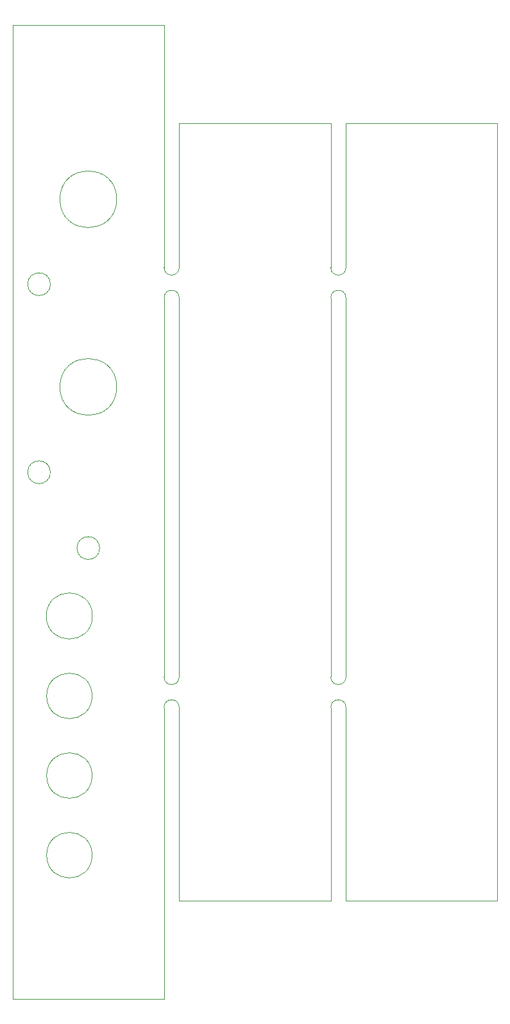
<source format=gbr>
%TF.GenerationSoftware,KiCad,Pcbnew,5.1.9+dfsg1-1~bpo10+1*%
%TF.CreationDate,2021-12-12T16:05:26+08:00*%
%TF.ProjectId,MiniVCA 1.0,4d696e69-5643-4412-9031-2e302e6b6963,rev?*%
%TF.SameCoordinates,Original*%
%TF.FileFunction,Profile,NP*%
%FSLAX46Y46*%
G04 Gerber Fmt 4.6, Leading zero omitted, Abs format (unit mm)*
G04 Created by KiCad (PCBNEW 5.1.9+dfsg1-1~bpo10+1) date 2021-12-12 16:05:26*
%MOMM*%
%LPD*%
G01*
G04 APERTURE LIST*
%TA.AperFunction,Profile*%
%ADD10C,0.100000*%
%TD*%
G04 APERTURE END LIST*
D10*
X61500000Y-109000000D02*
G75*
G03*
X61500000Y-109000000I-1500000J0D01*
G01*
X60541381Y-117958619D02*
G75*
G03*
X60541381Y-117958619I-3041381J0D01*
G01*
X60500000Y-149500000D02*
G75*
G03*
X60500000Y-149500000I-3000000J0D01*
G01*
X60500000Y-139000000D02*
G75*
G03*
X60500000Y-139000000I-3000000J0D01*
G01*
X60500000Y-128500000D02*
G75*
G03*
X60500000Y-128500000I-3000000J0D01*
G01*
X55000000Y-74200000D02*
G75*
G03*
X55000000Y-74200000I-1500000J0D01*
G01*
X55000000Y-99000000D02*
G75*
G03*
X55000000Y-99000000I-1500000J0D01*
G01*
X70000000Y-168500000D02*
X70000000Y-155500000D01*
X92000000Y-155500000D02*
X92000000Y-130000000D01*
X94000000Y-130000000D02*
X94000000Y-155500000D01*
X92000000Y-126000000D02*
X92000000Y-76000000D01*
X94000000Y-76000000D02*
X94000000Y-126000000D01*
X94000000Y-53000000D02*
X94000000Y-72000000D01*
X92000000Y-53000000D02*
X92000000Y-72000000D01*
X94000000Y-72000000D02*
G75*
G02*
X92000000Y-72000000I-1000000J0D01*
G01*
X92000000Y-76000000D02*
G75*
G02*
X94000000Y-76000000I1000000J0D01*
G01*
X94000000Y-126000000D02*
G75*
G02*
X92000000Y-126000000I-1000000J0D01*
G01*
X92000000Y-130000000D02*
G75*
G02*
X94000000Y-130000000I1000000J0D01*
G01*
X70000000Y-130000000D02*
G75*
G02*
X72000000Y-130000000I1000000J0D01*
G01*
X72000000Y-126000000D02*
G75*
G02*
X70000000Y-126000000I-1000000J0D01*
G01*
X70000000Y-76000000D02*
G75*
G02*
X72000000Y-76000000I1000000J0D01*
G01*
X72000000Y-126000000D02*
X72000000Y-76000000D01*
X72000000Y-155500000D02*
X72000000Y-130000000D01*
X70000000Y-130000000D02*
X70000000Y-155500000D01*
X70000000Y-76000000D02*
X70000000Y-126000000D01*
X72000000Y-72000000D02*
G75*
G02*
X70000000Y-72000000I-1000000J0D01*
G01*
X114000000Y-155500000D02*
X114000000Y-53000000D01*
X94000000Y-155500000D02*
X114000000Y-155500000D01*
X94000000Y-53000000D02*
X114000000Y-53000000D01*
X72000000Y-155500000D02*
X92000000Y-155500000D01*
X72000000Y-53000000D02*
X72000000Y-72000000D01*
X72000000Y-53000000D02*
X92000000Y-53000000D01*
X50000000Y-168500000D02*
X50000000Y-40000000D01*
X70000000Y-168500000D02*
X50000000Y-168500000D01*
X70000000Y-40000000D02*
X70000000Y-72000000D01*
X50000000Y-40000000D02*
X70000000Y-40000000D01*
X63750000Y-87750000D02*
G75*
G03*
X63750000Y-87750000I-3750000J0D01*
G01*
X63750000Y-63000000D02*
G75*
G03*
X63750000Y-63000000I-3750000J0D01*
G01*
M02*

</source>
